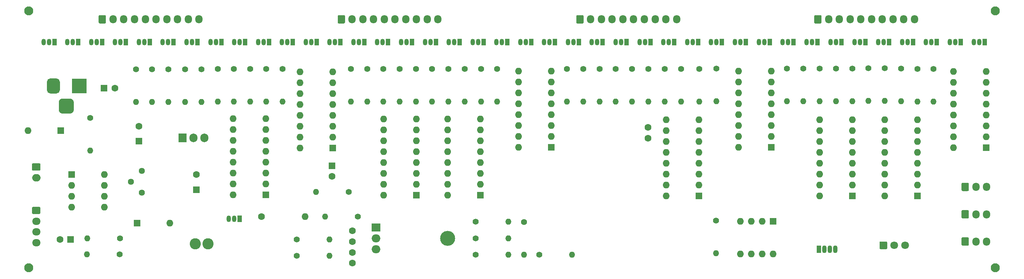
<source format=gbr>
%TF.GenerationSoftware,KiCad,Pcbnew,5.1.9+dfsg1-1+deb11u1*%
%TF.CreationDate,2023-01-26T22:17:51+08:00*%
%TF.ProjectId,OpenNixie,4f70656e-4e69-4786-9965-2e6b69636164,rev?*%
%TF.SameCoordinates,Original*%
%TF.FileFunction,Soldermask,Bot*%
%TF.FilePolarity,Negative*%
%FSLAX46Y46*%
G04 Gerber Fmt 4.6, Leading zero omitted, Abs format (unit mm)*
G04 Created by KiCad (PCBNEW 5.1.9+dfsg1-1+deb11u1) date 2023-01-26 22:17:51*
%MOMM*%
%LPD*%
G01*
G04 APERTURE LIST*
%ADD10C,2.100000*%
%ADD11R,1.600000X1.600000*%
%ADD12O,1.600000X1.600000*%
%ADD13O,1.700000X1.950000*%
%ADD14O,1.950000X1.700000*%
%ADD15O,2.000000X1.700000*%
%ADD16C,1.600000*%
%ADD17O,3.500000X3.500000*%
%ADD18R,2.000000X1.905000*%
%ADD19O,2.000000X1.905000*%
%ADD20C,1.800000*%
%ADD21R,1.905000X2.000000*%
%ADD22O,1.905000X2.000000*%
%ADD23C,1.440000*%
%ADD24O,1.400000X1.400000*%
%ADD25C,1.400000*%
%ADD26R,1.050000X1.500000*%
%ADD27O,1.050000X1.500000*%
%ADD28C,2.600000*%
%ADD29R,3.500000X3.500000*%
%ADD30O,1.070000X1.800000*%
%ADD31R,1.070000X1.800000*%
G04 APERTURE END LIST*
D10*
%TO.C,REF\u002A\u002A*%
X96900000Y-124400000D03*
%TD*%
%TO.C,REF\u002A\u002A*%
X96900000Y-184350000D03*
%TD*%
%TO.C,REF\u002A\u002A*%
X321900000Y-184350000D03*
%TD*%
%TO.C,REF\u002A\u002A*%
X321900000Y-124400000D03*
%TD*%
D11*
%TO.C,U14*%
X288650000Y-167600000D03*
D12*
X281030000Y-149820000D03*
X288650000Y-165060000D03*
X281030000Y-152360000D03*
X288650000Y-162520000D03*
X281030000Y-154900000D03*
X288650000Y-159980000D03*
X281030000Y-157440000D03*
X288650000Y-157440000D03*
X281030000Y-159980000D03*
X288650000Y-154900000D03*
X281030000Y-162520000D03*
X288650000Y-152360000D03*
X281030000Y-165060000D03*
X288650000Y-149820000D03*
X281030000Y-167600000D03*
%TD*%
D13*
%TO.C,J10*%
X303100000Y-126350000D03*
X300600000Y-126350000D03*
X298100000Y-126350000D03*
X295600000Y-126350000D03*
X293100000Y-126350000D03*
X290600000Y-126350000D03*
X288100000Y-126350000D03*
X285600000Y-126350000D03*
X283100000Y-126350000D03*
G36*
G01*
X279750000Y-127075000D02*
X279750000Y-125625000D01*
G75*
G02*
X280000000Y-125375000I250000J0D01*
G01*
X281200000Y-125375000D01*
G75*
G02*
X281450000Y-125625000I0J-250000D01*
G01*
X281450000Y-127075000D01*
G75*
G02*
X281200000Y-127325000I-250000J0D01*
G01*
X280000000Y-127325000D01*
G75*
G02*
X279750000Y-127075000I0J250000D01*
G01*
G37*
%TD*%
%TO.C,J9*%
X247700000Y-126350000D03*
X245200000Y-126350000D03*
X242700000Y-126350000D03*
X240200000Y-126350000D03*
X237700000Y-126350000D03*
X235200000Y-126350000D03*
X232700000Y-126350000D03*
X230200000Y-126350000D03*
X227700000Y-126350000D03*
G36*
G01*
X224350000Y-127075000D02*
X224350000Y-125625000D01*
G75*
G02*
X224600000Y-125375000I250000J0D01*
G01*
X225800000Y-125375000D01*
G75*
G02*
X226050000Y-125625000I0J-250000D01*
G01*
X226050000Y-127075000D01*
G75*
G02*
X225800000Y-127325000I-250000J0D01*
G01*
X224600000Y-127325000D01*
G75*
G02*
X224350000Y-127075000I0J250000D01*
G01*
G37*
%TD*%
%TO.C,J8*%
X192150000Y-126350000D03*
X189650000Y-126350000D03*
X187150000Y-126350000D03*
X184650000Y-126350000D03*
X182150000Y-126350000D03*
X179650000Y-126350000D03*
X177150000Y-126350000D03*
X174650000Y-126350000D03*
X172150000Y-126350000D03*
G36*
G01*
X168800000Y-127075000D02*
X168800000Y-125625000D01*
G75*
G02*
X169050000Y-125375000I250000J0D01*
G01*
X170250000Y-125375000D01*
G75*
G02*
X170500000Y-125625000I0J-250000D01*
G01*
X170500000Y-127075000D01*
G75*
G02*
X170250000Y-127325000I-250000J0D01*
G01*
X169050000Y-127325000D01*
G75*
G02*
X168800000Y-127075000I0J250000D01*
G01*
G37*
%TD*%
%TO.C,J7*%
X136500000Y-126350000D03*
X134000000Y-126350000D03*
X131500000Y-126350000D03*
X129000000Y-126350000D03*
X126500000Y-126350000D03*
X124000000Y-126350000D03*
X121500000Y-126350000D03*
X119000000Y-126350000D03*
X116500000Y-126350000D03*
G36*
G01*
X113150000Y-127075000D02*
X113150000Y-125625000D01*
G75*
G02*
X113400000Y-125375000I250000J0D01*
G01*
X114600000Y-125375000D01*
G75*
G02*
X114850000Y-125625000I0J-250000D01*
G01*
X114850000Y-127075000D01*
G75*
G02*
X114600000Y-127325000I-250000J0D01*
G01*
X113400000Y-127325000D01*
G75*
G02*
X113150000Y-127075000I0J250000D01*
G01*
G37*
%TD*%
%TO.C,J6*%
X319900000Y-178200000D03*
X317400000Y-178200000D03*
G36*
G01*
X314050000Y-178925000D02*
X314050000Y-177475000D01*
G75*
G02*
X314300000Y-177225000I250000J0D01*
G01*
X315500000Y-177225000D01*
G75*
G02*
X315750000Y-177475000I0J-250000D01*
G01*
X315750000Y-178925000D01*
G75*
G02*
X315500000Y-179175000I-250000J0D01*
G01*
X314300000Y-179175000D01*
G75*
G02*
X314050000Y-178925000I0J250000D01*
G01*
G37*
%TD*%
D14*
%TO.C,J5*%
X98600000Y-178450000D03*
X98600000Y-175950000D03*
X98600000Y-173450000D03*
G36*
G01*
X97875000Y-170100000D02*
X99325000Y-170100000D01*
G75*
G02*
X99575000Y-170350000I0J-250000D01*
G01*
X99575000Y-171550000D01*
G75*
G02*
X99325000Y-171800000I-250000J0D01*
G01*
X97875000Y-171800000D01*
G75*
G02*
X97625000Y-171550000I0J250000D01*
G01*
X97625000Y-170350000D01*
G75*
G02*
X97875000Y-170100000I250000J0D01*
G01*
G37*
%TD*%
D13*
%TO.C,J3*%
X319900000Y-165450000D03*
X317400000Y-165450000D03*
G36*
G01*
X314050000Y-166175000D02*
X314050000Y-164725000D01*
G75*
G02*
X314300000Y-164475000I250000J0D01*
G01*
X315500000Y-164475000D01*
G75*
G02*
X315750000Y-164725000I0J-250000D01*
G01*
X315750000Y-166175000D01*
G75*
G02*
X315500000Y-166425000I-250000J0D01*
G01*
X314300000Y-166425000D01*
G75*
G02*
X314050000Y-166175000I0J250000D01*
G01*
G37*
%TD*%
%TO.C,J2*%
X319900000Y-171850000D03*
X317400000Y-171850000D03*
G36*
G01*
X314050000Y-172575000D02*
X314050000Y-171125000D01*
G75*
G02*
X314300000Y-170875000I250000J0D01*
G01*
X315500000Y-170875000D01*
G75*
G02*
X315750000Y-171125000I0J-250000D01*
G01*
X315750000Y-172575000D01*
G75*
G02*
X315500000Y-172825000I-250000J0D01*
G01*
X314300000Y-172825000D01*
G75*
G02*
X314050000Y-172575000I0J250000D01*
G01*
G37*
%TD*%
D15*
%TO.C,J1*%
X98600000Y-163300000D03*
G36*
G01*
X97850000Y-159950000D02*
X99350000Y-159950000D01*
G75*
G02*
X99600000Y-160200000I0J-250000D01*
G01*
X99600000Y-161400000D01*
G75*
G02*
X99350000Y-161650000I-250000J0D01*
G01*
X97850000Y-161650000D01*
G75*
G02*
X97600000Y-161400000I0J250000D01*
G01*
X97600000Y-160200000D01*
G75*
G02*
X97850000Y-159950000I250000J0D01*
G01*
G37*
%TD*%
D16*
%TO.C,C6*%
X172250000Y-180750000D03*
X172250000Y-183250000D03*
%TD*%
D12*
%TO.C,U12*%
X262130000Y-156200000D03*
X269750000Y-138420000D03*
X262130000Y-153660000D03*
X269750000Y-140960000D03*
X262130000Y-151120000D03*
X269750000Y-143500000D03*
X262130000Y-148580000D03*
X269750000Y-146040000D03*
X262130000Y-146040000D03*
X269750000Y-148580000D03*
X262130000Y-143500000D03*
X269750000Y-151120000D03*
X262130000Y-140960000D03*
X269750000Y-153660000D03*
X262130000Y-138420000D03*
D11*
X269750000Y-156200000D03*
%TD*%
D12*
%TO.C,U7*%
X160030000Y-156350000D03*
X167650000Y-138570000D03*
X160030000Y-153810000D03*
X167650000Y-141110000D03*
X160030000Y-151270000D03*
X167650000Y-143650000D03*
X160030000Y-148730000D03*
X167650000Y-146190000D03*
X160030000Y-146190000D03*
X167650000Y-148730000D03*
X160030000Y-143650000D03*
X167650000Y-151270000D03*
X160030000Y-141110000D03*
X167650000Y-153810000D03*
X160030000Y-138570000D03*
D11*
X167650000Y-156350000D03*
%TD*%
D17*
%TO.C,Q2*%
X194360000Y-177490000D03*
D18*
X177700000Y-174950000D03*
D19*
X177700000Y-177490000D03*
X177700000Y-180030000D03*
%TD*%
D11*
%TO.C,U16*%
X303800000Y-167600000D03*
D12*
X296180000Y-149820000D03*
X303800000Y-165060000D03*
X296180000Y-152360000D03*
X303800000Y-162520000D03*
X296180000Y-154900000D03*
X303800000Y-159980000D03*
X296180000Y-157440000D03*
X303800000Y-157440000D03*
X296180000Y-159980000D03*
X303800000Y-154900000D03*
X296180000Y-162520000D03*
X303800000Y-152360000D03*
X296180000Y-165060000D03*
X303800000Y-149820000D03*
X296180000Y-167600000D03*
%TD*%
D11*
%TO.C,U15*%
X252900000Y-167550000D03*
D12*
X245280000Y-149770000D03*
X252900000Y-165010000D03*
X245280000Y-152310000D03*
X252900000Y-162470000D03*
X245280000Y-154850000D03*
X252900000Y-159930000D03*
X245280000Y-157390000D03*
X252900000Y-157390000D03*
X245280000Y-159930000D03*
X252900000Y-154850000D03*
X245280000Y-162470000D03*
X252900000Y-152310000D03*
X245280000Y-165010000D03*
X252900000Y-149770000D03*
X245280000Y-167550000D03*
%TD*%
%TO.C,U13*%
X312180000Y-156300000D03*
X319800000Y-138520000D03*
X312180000Y-153760000D03*
X319800000Y-141060000D03*
X312180000Y-151220000D03*
X319800000Y-143600000D03*
X312180000Y-148680000D03*
X319800000Y-146140000D03*
X312180000Y-146140000D03*
X319800000Y-148680000D03*
X312180000Y-143600000D03*
X319800000Y-151220000D03*
X312180000Y-141060000D03*
X319800000Y-153760000D03*
X312180000Y-138520000D03*
D11*
X319800000Y-156300000D03*
%TD*%
%TO.C,U11*%
X202050000Y-167400000D03*
D12*
X194430000Y-149620000D03*
X202050000Y-164860000D03*
X194430000Y-152160000D03*
X202050000Y-162320000D03*
X194430000Y-154700000D03*
X202050000Y-159780000D03*
X194430000Y-157240000D03*
X202050000Y-157240000D03*
X194430000Y-159780000D03*
X202050000Y-154700000D03*
X194430000Y-162320000D03*
X202050000Y-152160000D03*
X194430000Y-164860000D03*
X202050000Y-149620000D03*
X194430000Y-167400000D03*
%TD*%
D11*
%TO.C,U10*%
X152100000Y-167350000D03*
D12*
X144480000Y-149570000D03*
X152100000Y-164810000D03*
X144480000Y-152110000D03*
X152100000Y-162270000D03*
X144480000Y-154650000D03*
X152100000Y-159730000D03*
X144480000Y-157190000D03*
X152100000Y-157190000D03*
X144480000Y-159730000D03*
X152100000Y-154650000D03*
X144480000Y-162270000D03*
X152100000Y-152110000D03*
X144480000Y-164810000D03*
X152100000Y-149570000D03*
X144480000Y-167350000D03*
%TD*%
D11*
%TO.C,U9*%
X187100000Y-167400000D03*
D12*
X179480000Y-149620000D03*
X187100000Y-164860000D03*
X179480000Y-152160000D03*
X187100000Y-162320000D03*
X179480000Y-154700000D03*
X187100000Y-159780000D03*
X179480000Y-157240000D03*
X187100000Y-157240000D03*
X179480000Y-159780000D03*
X187100000Y-154700000D03*
X179480000Y-162320000D03*
X187100000Y-152160000D03*
X179480000Y-164860000D03*
X187100000Y-149620000D03*
X179480000Y-167400000D03*
%TD*%
%TO.C,U8*%
X210880000Y-156250000D03*
X218500000Y-138470000D03*
X210880000Y-153710000D03*
X218500000Y-141010000D03*
X210880000Y-151170000D03*
X218500000Y-143550000D03*
X210880000Y-148630000D03*
X218500000Y-146090000D03*
X210880000Y-146090000D03*
X218500000Y-148630000D03*
X210880000Y-143550000D03*
X218500000Y-151170000D03*
X210880000Y-141010000D03*
X218500000Y-153710000D03*
X210880000Y-138470000D03*
D11*
X218500000Y-156250000D03*
%TD*%
D20*
%TO.C,U6*%
X300930000Y-179100000D03*
X298390000Y-179100000D03*
G36*
G01*
X294950000Y-179751600D02*
X294950000Y-178448400D01*
G75*
G02*
X295198400Y-178200000I248400J0D01*
G01*
X296501600Y-178200000D01*
G75*
G02*
X296750000Y-178448400I0J-248400D01*
G01*
X296750000Y-179751600D01*
G75*
G02*
X296501600Y-180000000I-248400J0D01*
G01*
X295198400Y-180000000D01*
G75*
G02*
X294950000Y-179751600I0J248400D01*
G01*
G37*
%TD*%
D12*
%TO.C,U5*%
X270150000Y-181120000D03*
X262530000Y-173500000D03*
X267610000Y-181120000D03*
X265070000Y-173500000D03*
X265070000Y-181120000D03*
X267610000Y-173500000D03*
X262530000Y-181120000D03*
D11*
X270150000Y-173500000D03*
%TD*%
%TO.C,U2*%
X106850000Y-162600000D03*
D12*
X114470000Y-170220000D03*
X106850000Y-165140000D03*
X114470000Y-167680000D03*
X106850000Y-167680000D03*
X114470000Y-165140000D03*
X106850000Y-170220000D03*
X114470000Y-162600000D03*
%TD*%
D21*
%TO.C,U1*%
X132650000Y-154050000D03*
D22*
X135190000Y-154050000D03*
X137730000Y-154050000D03*
%TD*%
D12*
%TO.C,SW1*%
X96730000Y-152350000D03*
D11*
X104350000Y-152350000D03*
%TD*%
D23*
%TO.C,RV1*%
X123150000Y-161750000D03*
X120610000Y-164290000D03*
X123150000Y-166830000D03*
%TD*%
D24*
%TO.C,R54*%
X296150000Y-145420000D03*
D25*
X296150000Y-137800000D03*
%TD*%
D24*
%TO.C,R53*%
X244950000Y-145520000D03*
D25*
X244950000Y-137900000D03*
%TD*%
D24*
%TO.C,R52*%
X303750000Y-145520000D03*
D25*
X303750000Y-137900000D03*
%TD*%
D24*
%TO.C,R51*%
X307500000Y-145520000D03*
D25*
X307500000Y-137900000D03*
%TD*%
D24*
%TO.C,R50*%
X252950000Y-145570000D03*
D25*
X252950000Y-137950000D03*
%TD*%
D24*
%TO.C,R49*%
X256950000Y-145470000D03*
D25*
X256950000Y-137850000D03*
%TD*%
D24*
%TO.C,R48*%
X299950000Y-145470000D03*
D25*
X299950000Y-137850000D03*
%TD*%
D24*
%TO.C,R47*%
X248750000Y-145520000D03*
D25*
X248750000Y-137900000D03*
%TD*%
D24*
%TO.C,R46*%
X288600000Y-145470000D03*
D25*
X288600000Y-137850000D03*
%TD*%
D24*
%TO.C,R45*%
X237350000Y-145520000D03*
D25*
X237350000Y-137900000D03*
%TD*%
D24*
%TO.C,R44*%
X292350000Y-145420000D03*
D25*
X292350000Y-137800000D03*
%TD*%
D24*
%TO.C,R43*%
X241150000Y-145520000D03*
D25*
X241150000Y-137900000D03*
%TD*%
D24*
%TO.C,R42*%
X281000000Y-145470000D03*
D25*
X281000000Y-137850000D03*
%TD*%
D24*
%TO.C,R41*%
X229750000Y-145520000D03*
D25*
X229750000Y-137900000D03*
%TD*%
D24*
%TO.C,R40*%
X284800000Y-145470000D03*
D25*
X284800000Y-137850000D03*
%TD*%
D24*
%TO.C,R39*%
X233550000Y-145520000D03*
D25*
X233550000Y-137900000D03*
%TD*%
D24*
%TO.C,R38*%
X273350000Y-145470000D03*
D25*
X273350000Y-137850000D03*
%TD*%
D24*
%TO.C,R37*%
X222150000Y-145520000D03*
D25*
X222150000Y-137900000D03*
%TD*%
D24*
%TO.C,R36*%
X277200000Y-145470000D03*
D25*
X277200000Y-137850000D03*
%TD*%
D24*
%TO.C,R35*%
X225950000Y-145520000D03*
D25*
X225950000Y-137900000D03*
%TD*%
D24*
%TO.C,R34*%
X194550000Y-145520000D03*
D25*
X194550000Y-137900000D03*
%TD*%
D24*
%TO.C,R33*%
X144600000Y-145570000D03*
D25*
X144600000Y-137950000D03*
%TD*%
D24*
%TO.C,R32*%
X202150000Y-145520000D03*
D25*
X202150000Y-137900000D03*
%TD*%
D24*
%TO.C,R31*%
X205900000Y-145520000D03*
D25*
X205900000Y-137900000D03*
%TD*%
D24*
%TO.C,R30*%
X152150000Y-145570000D03*
D25*
X152150000Y-137950000D03*
%TD*%
D24*
%TO.C,R29*%
X155950000Y-145570000D03*
D25*
X155950000Y-137950000D03*
%TD*%
D24*
%TO.C,R28*%
X198350000Y-145520000D03*
D25*
X198350000Y-137900000D03*
%TD*%
D24*
%TO.C,R27*%
X148400000Y-145570000D03*
D25*
X148400000Y-137950000D03*
%TD*%
D24*
%TO.C,R26*%
X187000000Y-145520000D03*
D25*
X187000000Y-137900000D03*
%TD*%
D24*
%TO.C,R25*%
X137050000Y-145620000D03*
D25*
X137050000Y-138000000D03*
%TD*%
D24*
%TO.C,R24*%
X190750000Y-145520000D03*
D25*
X190750000Y-137900000D03*
%TD*%
D24*
%TO.C,R23*%
X140850000Y-145570000D03*
D25*
X140850000Y-137950000D03*
%TD*%
D24*
%TO.C,R22*%
X179400000Y-145520000D03*
D25*
X179400000Y-137900000D03*
%TD*%
D24*
%TO.C,R21*%
X129400000Y-145620000D03*
D25*
X129400000Y-138000000D03*
%TD*%
D24*
%TO.C,R20*%
X183200000Y-145520000D03*
D25*
X183200000Y-137900000D03*
%TD*%
D24*
%TO.C,R19*%
X133250000Y-145620000D03*
D25*
X133250000Y-138000000D03*
%TD*%
%TO.C,R18*%
X171900000Y-137900000D03*
D24*
X171900000Y-145520000D03*
%TD*%
%TO.C,R17*%
X121800000Y-145620000D03*
D25*
X121800000Y-138000000D03*
%TD*%
D24*
%TO.C,R16*%
X175650000Y-145520000D03*
D25*
X175650000Y-137900000D03*
%TD*%
D24*
%TO.C,R15*%
X125600000Y-145620000D03*
D25*
X125600000Y-138000000D03*
%TD*%
D12*
%TO.C,R14*%
X161210000Y-172400000D03*
D16*
X151050000Y-172400000D03*
%TD*%
D24*
%TO.C,R13*%
X256850000Y-180970000D03*
D25*
X256850000Y-173350000D03*
%TD*%
D24*
%TO.C,R12*%
X166920000Y-181550000D03*
D25*
X159300000Y-181550000D03*
%TD*%
D24*
%TO.C,R11*%
X166920000Y-177750000D03*
D25*
X159300000Y-177750000D03*
%TD*%
D24*
%TO.C,R10*%
X212200000Y-181250000D03*
D25*
X212200000Y-173630000D03*
%TD*%
D24*
%TO.C,R9*%
X208570000Y-173600000D03*
D25*
X200950000Y-173600000D03*
%TD*%
D24*
%TO.C,R8*%
X208570000Y-177450000D03*
D25*
X200950000Y-177450000D03*
%TD*%
D24*
%TO.C,R7*%
X208570000Y-181300000D03*
D25*
X200950000Y-181300000D03*
%TD*%
D24*
%TO.C,R6*%
X110480000Y-177500000D03*
D25*
X118100000Y-177500000D03*
%TD*%
D24*
%TO.C,R5*%
X110430000Y-181200000D03*
D25*
X118050000Y-181200000D03*
%TD*%
D24*
%TO.C,R4*%
X163780000Y-166600000D03*
D25*
X171400000Y-166600000D03*
%TD*%
%TO.C,R3*%
X173450000Y-172350000D03*
D24*
X165830000Y-172350000D03*
%TD*%
%TO.C,R2*%
X111200000Y-157020000D03*
D25*
X111200000Y-149400000D03*
%TD*%
D24*
%TO.C,R1*%
X223320000Y-181300000D03*
D25*
X215700000Y-181300000D03*
%TD*%
D26*
%TO.C,Q42*%
X319450000Y-131700000D03*
D27*
X316910000Y-131700000D03*
X318180000Y-131700000D03*
%TD*%
D26*
%TO.C,Q41*%
X263800000Y-131700000D03*
D27*
X261260000Y-131700000D03*
X262530000Y-131700000D03*
%TD*%
D26*
%TO.C,Q40*%
X313850000Y-131700000D03*
D27*
X311310000Y-131700000D03*
X312580000Y-131700000D03*
%TD*%
D26*
%TO.C,Q39*%
X258250000Y-131700000D03*
D27*
X255710000Y-131700000D03*
X256980000Y-131700000D03*
%TD*%
D26*
%TO.C,Q38*%
X302750000Y-131700000D03*
D27*
X300210000Y-131700000D03*
X301480000Y-131700000D03*
%TD*%
D26*
%TO.C,Q37*%
X247150000Y-131700000D03*
D27*
X244610000Y-131700000D03*
X245880000Y-131700000D03*
%TD*%
D26*
%TO.C,Q36*%
X308300000Y-131700000D03*
D27*
X305760000Y-131700000D03*
X307030000Y-131700000D03*
%TD*%
D26*
%TO.C,Q35*%
X252700000Y-131700000D03*
D27*
X250160000Y-131700000D03*
X251430000Y-131700000D03*
%TD*%
D26*
%TO.C,Q34*%
X291650000Y-131700000D03*
D27*
X289110000Y-131700000D03*
X290380000Y-131700000D03*
%TD*%
D26*
%TO.C,Q33*%
X236050000Y-131700000D03*
D27*
X233510000Y-131700000D03*
X234780000Y-131700000D03*
%TD*%
D26*
%TO.C,Q32*%
X297200000Y-131700000D03*
D27*
X294660000Y-131700000D03*
X295930000Y-131700000D03*
%TD*%
D26*
%TO.C,Q31*%
X241600000Y-131700000D03*
D27*
X239060000Y-131700000D03*
X240330000Y-131700000D03*
%TD*%
D26*
%TO.C,Q30*%
X280520000Y-131700000D03*
D27*
X277980000Y-131700000D03*
X279250000Y-131700000D03*
%TD*%
D26*
%TO.C,Q29*%
X224950000Y-131700000D03*
D27*
X222410000Y-131700000D03*
X223680000Y-131700000D03*
%TD*%
D26*
%TO.C,Q28*%
X286100000Y-131700000D03*
D27*
X283560000Y-131700000D03*
X284830000Y-131700000D03*
%TD*%
D26*
%TO.C,Q27*%
X230500000Y-131700000D03*
D27*
X227960000Y-131700000D03*
X229230000Y-131700000D03*
%TD*%
D26*
%TO.C,Q26*%
X269370000Y-131700000D03*
D27*
X266830000Y-131700000D03*
X268100000Y-131700000D03*
%TD*%
%TO.C,Q25*%
X212580000Y-131700000D03*
X211310000Y-131700000D03*
D26*
X213850000Y-131700000D03*
%TD*%
%TO.C,Q24*%
X274950000Y-131700000D03*
D27*
X272410000Y-131700000D03*
X273680000Y-131700000D03*
%TD*%
%TO.C,Q23*%
X218130000Y-131700000D03*
X216860000Y-131700000D03*
D26*
X219400000Y-131700000D03*
%TD*%
D27*
%TO.C,Q22*%
X207030000Y-131700000D03*
X205760000Y-131700000D03*
D26*
X208300000Y-131700000D03*
%TD*%
%TO.C,Q21*%
X152800000Y-131700000D03*
D27*
X150260000Y-131700000D03*
X151530000Y-131700000D03*
%TD*%
%TO.C,Q20*%
X201480000Y-131700000D03*
X200210000Y-131700000D03*
D26*
X202750000Y-131700000D03*
%TD*%
%TO.C,Q19*%
X147250000Y-131700000D03*
D27*
X144710000Y-131700000D03*
X145980000Y-131700000D03*
%TD*%
%TO.C,Q18*%
X190380000Y-131700000D03*
X189110000Y-131700000D03*
D26*
X191650000Y-131700000D03*
%TD*%
%TO.C,Q17*%
X136150000Y-131700000D03*
D27*
X133610000Y-131700000D03*
X134880000Y-131700000D03*
%TD*%
%TO.C,Q16*%
X195930000Y-131700000D03*
X194660000Y-131700000D03*
D26*
X197200000Y-131700000D03*
%TD*%
%TO.C,Q15*%
X141700000Y-131700000D03*
D27*
X139160000Y-131700000D03*
X140430000Y-131700000D03*
%TD*%
%TO.C,Q14*%
X179280000Y-131700000D03*
X178010000Y-131700000D03*
D26*
X180550000Y-131700000D03*
%TD*%
%TO.C,Q13*%
X125050000Y-131700000D03*
D27*
X122510000Y-131700000D03*
X123780000Y-131700000D03*
%TD*%
%TO.C,Q12*%
X184830000Y-131700000D03*
X183560000Y-131700000D03*
D26*
X186100000Y-131700000D03*
%TD*%
%TO.C,Q11*%
X130600000Y-131700000D03*
D27*
X128060000Y-131700000D03*
X129330000Y-131700000D03*
%TD*%
%TO.C,Q10*%
X168180000Y-131700000D03*
X166910000Y-131700000D03*
D26*
X169450000Y-131700000D03*
%TD*%
%TO.C,Q9*%
X113950000Y-131700000D03*
D27*
X111410000Y-131700000D03*
X112680000Y-131700000D03*
%TD*%
%TO.C,Q8*%
X173730000Y-131700000D03*
X172460000Y-131700000D03*
D26*
X175000000Y-131700000D03*
%TD*%
%TO.C,Q7*%
X119500000Y-131700000D03*
D27*
X116960000Y-131700000D03*
X118230000Y-131700000D03*
%TD*%
%TO.C,Q6*%
X157080000Y-131700000D03*
X155810000Y-131700000D03*
D26*
X158350000Y-131700000D03*
%TD*%
%TO.C,Q5*%
X102850000Y-131700000D03*
D27*
X100310000Y-131700000D03*
X101580000Y-131700000D03*
%TD*%
%TO.C,Q4*%
X162630000Y-131700000D03*
X161360000Y-131700000D03*
D26*
X163900000Y-131700000D03*
%TD*%
%TO.C,Q3*%
X108400000Y-131700000D03*
D27*
X105860000Y-131700000D03*
X107130000Y-131700000D03*
%TD*%
D26*
%TO.C,Q1*%
X146000000Y-172900000D03*
D27*
X143460000Y-172900000D03*
X144730000Y-172900000D03*
%TD*%
D28*
%TO.C,L1*%
X138600000Y-178750000D03*
X135600000Y-178750000D03*
%TD*%
D29*
%TO.C,J4*%
X108600000Y-141900000D03*
G36*
G01*
X101100000Y-142900000D02*
X101100000Y-140900000D01*
G75*
G02*
X101850000Y-140150000I750000J0D01*
G01*
X103350000Y-140150000D01*
G75*
G02*
X104100000Y-140900000I0J-750000D01*
G01*
X104100000Y-142900000D01*
G75*
G02*
X103350000Y-143650000I-750000J0D01*
G01*
X101850000Y-143650000D01*
G75*
G02*
X101100000Y-142900000I0J750000D01*
G01*
G37*
G36*
G01*
X103850000Y-147475000D02*
X103850000Y-145725000D01*
G75*
G02*
X104725000Y-144850000I875000J0D01*
G01*
X106475000Y-144850000D01*
G75*
G02*
X107350000Y-145725000I0J-875000D01*
G01*
X107350000Y-147475000D01*
G75*
G02*
X106475000Y-148350000I-875000J0D01*
G01*
X104725000Y-148350000D01*
G75*
G02*
X103850000Y-147475000I0J875000D01*
G01*
G37*
%TD*%
D30*
%TO.C,D3*%
X284660000Y-180000000D03*
X283390000Y-180000000D03*
X282120000Y-180000000D03*
D31*
X280850000Y-180000000D03*
%TD*%
D11*
%TO.C,D1*%
X122050000Y-173900000D03*
D12*
X129670000Y-173900000D03*
%TD*%
D16*
%TO.C,C8*%
X172250000Y-178200000D03*
X172250000Y-175700000D03*
%TD*%
%TO.C,C7*%
X104100000Y-177750000D03*
D11*
X106600000Y-177750000D03*
%TD*%
D16*
%TO.C,C5*%
X122550000Y-151300000D03*
D11*
X122550000Y-154800000D03*
%TD*%
D16*
%TO.C,C4*%
X241050000Y-151600000D03*
X241050000Y-154100000D03*
%TD*%
%TO.C,C3*%
X135850000Y-162600000D03*
D11*
X135850000Y-166100000D03*
%TD*%
D16*
%TO.C,C2*%
X116900000Y-142450000D03*
D11*
X114400000Y-142450000D03*
%TD*%
D16*
%TO.C,C1*%
X167500000Y-163000000D03*
D11*
X167500000Y-160500000D03*
%TD*%
M02*

</source>
